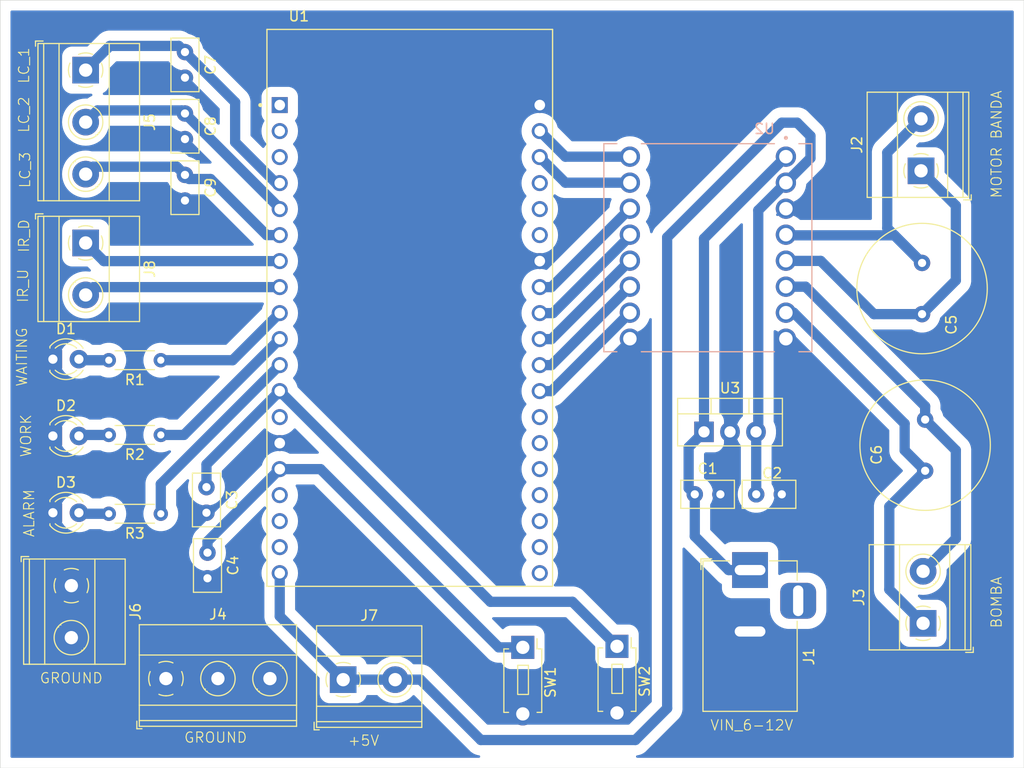
<source format=kicad_pcb>
(kicad_pcb (version 20240108) (generator "pcbnew") (generator_version "8.0")
  (layers (0 "F.Cu" signal) (31 "B.Cu" signal) (34 "B.Paste" user) (35 "F.Paste" user) (36 "B.SilkS" user "B.Silkscreen") (37 "F.SilkS" user "F.Silkscreen") (38 "B.Mask" user) (39 "F.Mask" user) (44 "Edge.Cuts" user))
  (net 0 "")
  (net 1 "/S_5V")
  (net 2 "/S_INICIO")
  (net 3 "/S_EMERGENCIA")
  (net 4 "Net-(J2-Pin_1)")
  (net 5 "Net-(J2-Pin_2)")
  (net 6 "Net-(J3-Pin_1)")
  (net 7 "Net-(J3-Pin_2)")
  (net 8 "/S_LC_INICIO")
  (net 9 "/S_LC_LLENADO")
  (net 10 "/S_LC_FINAL")
  (net 11 "Net-(D1-A)")
  (net 12 "Net-(D2-A)")
  (net 13 "Net-(D3-A)")
  (net 15 "/S_NIVEL_BAJO")
  (net 16 "/S_NIVEL_ALTO")
  (net 17 "/S_INDICADOR_VERDE")
  (net 18 "/S_INDICADOR_AMARILLO")
  (net 19 "/S_INDICADOR_ROJO")
  (net 37 "/S_STBY")
  (net 38 "/S_A12")
  (net 39 "/S_AI1")
  (net 40 "/S_PWMA")
  (net 41 "/S_BI1")
  (net 42 "/S_BI2")
  (net 43 "/S_PWMB")
  (net 44 "/S_12V")
  (net 45 "/S_GND")
  (footprint "Capacitor_THT:C_Disc_D5.0mm_W2.5mm_P2.50mm" (layer "F.Cu") (at 218.0425 0.06 -90)
    (property "Reference" "C7" (at 1.25 -2.5 90) (layer "F.SilkS"))
    (property "Value" "0.1uF")
    (pad "1" thru_hole circle (at 0 0 270) (size 1.6 1.6) (drill 0.8) (layers "*.Cu" "*.Mask") (net 8 "/S_LC_INICIO"))
    (pad "2" thru_hole circle (at 2.5 0 270) (size 1.6 1.6) (drill 0.8) (layers "*.Cu" "*.Mask") (net 45 "/S_GND"))
  )
  (footprint "TerminalBlock_Phoenix:TerminalBlock_Phoenix_MKDS-1,5-2-5.08_1x02_P5.08mm_Horizontal" (layer "F.Cu") (at 208.3425 18.705 -90)
    (property "Reference" "J8" (at 2.54 -6.26 90) (layer "F.SilkS"))
    (property "Value" "SeñalesIR")
    (pad "1" thru_hole rect (at 0 0 270) (size 2.6 2.6) (drill 1.3) (layers "*.Cu" "*.Mask") (net 15 "/S_NIVEL_BAJO"))
    (pad "2" thru_hole circle (at 5.08 0 270) (size 2.6 2.6) (drill 1.3) (layers "*.Cu" "*.Mask") (net 16 "/S_NIVEL_ALTO"))
  )
  (footprint "Resistor_THT:R_Axial_DIN0204_L3.6mm_D1.6mm_P5.08mm_Horizontal" (layer "F.Cu") (at 215.6825 37.46 180)
    (property "Reference" "R2" (at 2.54 -1.92 0) (layer "F.SilkS"))
    (property "Value" "100")
    (pad "1" thru_hole circle (at 0 0 180) (size 1.4 1.4) (drill 0.7) (layers "*.Cu" "*.Mask") (net 18 "/S_INDICADOR_AMARILLO"))
    (pad "2" thru_hole oval (at 5.08 0 180) (size 1.4 1.4) (drill 0.7) (layers "*.Cu" "*.Mask") (net 12 "Net-(D2-A)"))
  )
  (footprint "Button_Switch_THT:SW_PUSH_1P1T_6x3.5mm_H4.3_APEM_MJTP1243" (layer "F.Cu") (at 260.2425 58.11 -90)
    (property "Reference" "SW2" (at 3.42 -2.7 90) (layer "F.SilkS"))
    (property "Value" "BotonInicio")
    (pad "1" thru_hole rect (at 0 0) (size 2.25 2.25) (drill 1.3) (layers "*.Cu" "*.Mask") (net 2 "/S_INICIO"))
    (pad "2" thru_hole circle (at 6.5 0) (size 2.25 2.25) (drill 1.3) (layers "*.Cu" "*.Mask") (net 45 "/S_GND"))
  )
  (footprint "TerminalBlock_Phoenix:TerminalBlock_Phoenix_MKDS-1,5-2-5.08_1x02_P5.08mm_Horizontal" (layer "F.Cu") (at 290.1425 55.86 90)
    (property "Reference" "J3" (at 2.54 -6.26 90) (layer "F.SilkS"))
    (property "Value" "Bomba")
    (pad "1" thru_hole rect (at 0 0 90) (size 2.6 2.6) (drill 1.3) (layers "*.Cu" "*.Mask") (net 6 "Net-(J3-Pin_1)"))
    (pad "2" thru_hole circle (at 5.08 0 90) (size 2.6 2.6) (drill 1.3) (layers "*.Cu" "*.Mask") (net 7 "Net-(J3-Pin_2)"))
  )
  (footprint "LED_THT:LED_D3.0mm_FlatTop" (layer "F.Cu") (at 205.1425 37.56)
    (property "Reference" "D2" (at 1.27 -2.96 0) (layer "F.SilkS"))
    (property "Value" "LED_AMARILLO")
    (pad "1" thru_hole rect (at 0 0) (size 1.8 1.8) (drill 0.9) (layers "*.Cu" "*.Mask") (net 45 "/S_GND"))
    (pad "2" thru_hole circle (at 2.54 0) (size 1.8 1.8) (drill 0.9) (layers "*.Cu" "*.Mask") (net 12 "Net-(D2-A)"))
  )
  (footprint "LED_THT:LED_D3.0mm" (layer "F.Cu") (at 205.1425 45.06)
    (property "Reference" "D3" (at 1.27 -2.96 0) (layer "F.SilkS"))
    (property "Value" "LED_ROJO")
    (pad "1" thru_hole rect (at 0 0) (size 1.8 1.8) (drill 0.9) (layers "*.Cu" "*.Mask") (net 45 "/S_GND"))
    (pad "2" thru_hole circle (at 2.54 0) (size 1.8 1.8) (drill 0.9) (layers "*.Cu" "*.Mask") (net 13 "Net-(D3-A)"))
  )
  (footprint "TerminalBlock_Phoenix:TerminalBlock_Phoenix_MKDS-1,5-2-5.08_1x02_P5.08mm_Horizontal" (layer "F.Cu") (at 289.9425 11.66 90)
    (property "Reference" "J2" (at 2.54 -6.26 90) (layer "F.SilkS"))
    (property "Value" "MotorBanda")
    (pad "1" thru_hole rect (at 0 0 90) (size 2.6 2.6) (drill 1.3) (layers "*.Cu" "*.Mask") (net 4 "Net-(J2-Pin_1)"))
    (pad "2" thru_hole circle (at 5.08 0 90) (size 2.6 2.6) (drill 1.3) (layers "*.Cu" "*.Mask") (net 5 "Net-(J2-Pin_2)"))
  )
  (footprint "Mis_huellas:MODULE_ESP32-DEVKITC-32D" (layer "F.Cu") (at 240 25)
    (property "Reference" "U1" (at -10.829175 -28.446045 0) (layer "F.SilkS") (effects (font (size 1.000386 1.000386))))
    (property "Value" "ESP32-DEVKITC-32D")
    (pad "J21" thru_hole rect (at -12.7 -19.76) (size 1.56 1.56) (drill 1.04) (layers "*.Cu" "*.Mask"))
    (pad "J22" thru_hole circle (at -12.7 -17.22) (size 1.56 1.56) (drill 1.04) (layers "*.Cu" "*.Mask"))
    (pad "J23" thru_hole circle (at -12.7 -14.68) (size 1.56 1.56) (drill 1.04) (layers "*.Cu" "*.Mask"))
    (pad "J24" thru_hole circle (at -12.7 -12.14) (size 1.56 1.56) (drill 1.04) (layers "*.Cu" "*.Mask") (net 8 "/S_LC_INICIO"))
    (pad "J25" thru_hole circle (at -12.7 -9.6) (size 1.56 1.56) (drill 1.04) (layers "*.Cu" "*.Mask") (net 9 "/S_LC_LLENADO"))
    (pad "J26" thru_hole circle (at -12.7 -7.06) (size 1.56 1.56) (drill 1.04) (layers "*.Cu" "*.Mask") (net 10 "/S_LC_FINAL"))
    (pad "J27" thru_hole circle (at -12.7 -4.52) (size 1.56 1.56) (drill 1.04) (layers "*.Cu" "*.Mask") (net 15 "/S_NIVEL_BAJO"))
    (pad "J28" thru_hole circle (at -12.7 -1.98) (size 1.56 1.56) (drill 1.04) (layers "*.Cu" "*.Mask") (net 16 "/S_NIVEL_ALTO"))
    (pad "J29" thru_hole circle (at -12.7 0.56) (size 1.56 1.56) (drill 1.04) (layers "*.Cu" "*.Mask") (net 17 "/S_INDICADOR_VERDE"))
    (pad "J31" thru_hole circle (at 12.7 -19.76) (size 1.56 1.56) (drill 1.04) (layers "*.Cu" "*.Mask") (net 45 "/S_GND"))
    (pad "J32" thru_hole circle (at 12.7 -17.22) (size 1.56 1.56) (drill 1.04) (layers "*.Cu" "*.Mask") (net 40 "/S_PWMA"))
    (pad "J33" thru_hole circle (at 12.7 -14.68) (size 1.56 1.56) (drill 1.04) (layers "*.Cu" "*.Mask") (net 38 "/S_A12"))
    (pad "J34" thru_hole circle (at 12.7 -12.14) (size 1.56 1.56) (drill 1.04) (layers "*.Cu" "*.Mask"))
    (pad "J35" thru_hole circle (at 12.7 -9.6) (size 1.56 1.56) (drill 1.04) (layers "*.Cu" "*.Mask"))
    (pad "J36" thru_hole circle (at 12.7 -7.06) (size 1.56 1.56) (drill 1.04) (layers "*.Cu" "*.Mask"))
    (pad "J37" thru_hole circle (at 12.7 -4.52) (size 1.56 1.56) (drill 1.04) (layers "*.Cu" "*.Mask") (net 45 "/S_GND"))
    (pad "J38" thru_hole circle (at 12.7 -1.98) (size 1.56 1.56) (drill 1.04) (layers "*.Cu" "*.Mask") (net 39 "/S_AI1"))
    (pad "J39" thru_hole circle (at 12.7 0.56) (size 1.56 1.56) (drill 1.04) (layers "*.Cu" "*.Mask") (net 37 "/S_STBY"))
    (pad "J210" thru_hole circle (at -12.7 3.1) (size 1.56 1.56) (drill 1.04) (layers "*.Cu" "*.Mask") (net 18 "/S_INDICADOR_AMARILLO"))
    (pad "J211" thru_hole circle (at -12.7 5.64) (size 1.56 1.56) (drill 1.04) (layers "*.Cu" "*.Mask") (net 19 "/S_INDICADOR_ROJO"))
    (pad "J212" thru_hole circle (at -12.7 8.18) (size 1.56 1.56) (drill 1.04) (layers "*.Cu" "B.Mask") (net 2 "/S_INICIO"))
    (pad "J213" thru_hole circle (at -12.7 10.72) (size 1.56 1.56) (drill 1.04) (layers "*.Cu" "*.Mask"))
    (pad "J214" thru_hole circle (at -12.7 13.26) (size 1.56 1.56) (drill 1.04) (layers "*.Cu" "*.Mask") (net 45 "/S_GND"))
    (pad "J215" thru_hole circle (at -12.7 15.8) (size 1.56 1.56) (drill 1.04) (layers "*.Cu" "*.Mask") (net 3 "/S_EMERGENCIA"))
    (pad "J216" thru_hole circle (at -12.7 18.34) (size 1.56 1.56) (drill 1.04) (layers "*.Cu" "*.Mask"))
    (pad "J217" thru_hole circle (at -12.7 20.88) (size 1.56 1.56) (drill 1.04) (layers "*.Cu" "*.Mask"))
    (pad "J218" thru_hole circle (at -12.7 23.42) (size 1.56 1.56) (drill 1.04) (layers "*.Cu" "*.Mask"))
    (pad "J219" thru_hole circle (at -12.7 25.96) (size 1.56 1.56) (drill 1.04) (layers "*.Cu" "*.Mask") (net 1 "/S_5V"))
    (pad "J310" thru_hole circle (at 12.7 3.1) (size 1.56 1.56) (drill 1.04) (layers "*.Cu" "*.Mask") (net 41 "/S_BI1"))
    (pad "J311" thru_hole circle (at 12.7 5.64) (size 1.56 1.56) (drill 1.04) (layers "*.Cu" "*.Mask") (net 42 "/S_BI2"))
    (pad "J312" thru_hole circle (at 12.7 8.18) (size 1.56 1.56) (drill 1.04) (layers "*.Cu" "*.Mask") (net 43 "/S_PWMB"))
    (pad "J313" thru_hole circle (at 12.7 10.72) (size 1.56 1.56) (drill 1.04) (layers "*.Cu" "*.Mask"))
    (pad "J314" thru_hole circle (at 12.7 13.26) (size 1.56 1.56) (drill 1.04) (layers "*.Cu" "*.Mask"))
    (pad "J315" thru_hole circle (at 12.7 15.8) (size 1.56 1.56) (drill 1.04) (layers "*.Cu" "*.Mask"))
    (pad "J316" thru_hole circle (at 12.7 18.34) (size 1.56 1.56) (drill 1.04) (layers "*.Cu" "*.Mask"))
    (pad "J317" thru_hole circle (at 12.7 20.88) (size 1.56 1.56) (drill 1.04) (layers "*.Cu" "*.Mask"))
    (pad "J318" thru_hole circle (at 12.7 23.42) (size 1.56 1.56) (drill 1.04) (layers "*.Cu" "*.Mask" "Dwgs.User"))
    (pad "J319" thru_hole circle (at 12.7 25.96) (size 1.56 1.56) (drill 1.04) (layers "*.Cu" "*.Mask"))
  )
  (footprint "Capacitor_THT:C_Disc_D5.0mm_W2.5mm_P2.50mm" (layer "F.Cu") (at 267.8425 43.26)
    (property "Reference" "C1" (at 1.25 -2.5 0) (layer "F.SilkS"))
    (property "Value" "33uF")
    (pad "1" thru_hole circle (at 0 0) (size 1.6 1.6) (drill 0.8) (layers "*.Cu" "*.Mask") (net 44 "/S_12V"))
    (pad "2" thru_hole circle (at 2.5 0) (size 1.6 1.6) (drill 0.8) (layers "*.Cu" "*.Mask") (net 45 "/S_GND"))
  )
  (footprint "Capacitor_THT:C_Radial_D12.5mm_H20.0mm_P5.00mm" (layer "F.Cu") (at 290.0425 20.66 -90)
    (property "Reference" "C5" (at 6.04 -2.8575 90) (layer "F.SilkS"))
    (property "Value" "1000uF")
    (pad "1" thru_hole circle (at 0 0 270) (size 1.6 1.6) (drill 0.8) (layers "*.Cu" "*.Mask") (net 5 "Net-(J2-Pin_2)"))
    (pad "2" thru_hole circle (at 5 0 270) (size 1.6 1.6) (drill 0.8) (layers "*.Cu" "*.Mask") (net 4 "Net-(J2-Pin_1)"))
  )
  (footprint "Button_Switch_THT:SW_PUSH_1P1T_6x3.5mm_H4.3_APEM_MJTP1243" (layer "F.Cu") (at 251.0425 58.21 -90)
    (property "Reference" "SW1" (at 3.42 -2.7 90) (layer "F.SilkS"))
    (property "Value" "BotonParo")
    (pad "1" thru_hole rect (at 0 0) (size 2.25 2.25) (drill 1.3) (layers "*.Cu" "*.Mask") (net 3 "/S_EMERGENCIA"))
    (pad "2" thru_hole circle (at 6.5 0) (size 2.25 2.25) (drill 1.3) (layers "*.Cu" "*.Mask") (net 45 "/S_GND"))
  )
  (footprint "TerminalBlock_Phoenix:TerminalBlock_Phoenix_MKDS-1,5-3-5.08_1x03_P5.08mm_Horizontal" (layer "F.Cu") (at 208.3425 1.825 -90)
    (property "Reference" "J5" (at 5.08 -6.26 90) (layer "F.SilkS"))
    (property "Value" "LimitesCarreras")
    (pad "1" thru_hole rect (at 0 0 270) (size 2.6 2.6) (drill 1.3) (layers "*.Cu" "*.Mask") (net 8 "/S_LC_INICIO"))
    (pad "2" thru_hole circle (at 5.08 0 270) (size 2.6 2.6) (drill 1.3) (layers "*.Cu" "*.Mask") (net 9 "/S_LC_LLENADO"))
    (pad "3" thru_hole circle (at 10.16 0 270) (size 2.6 2.6) (drill 1.3) (layers "*.Cu" "*.Mask") (net 10 "/S_LC_FINAL"))
  )
  (footprint "Capacitor_THT:C_Radial_D12.5mm_H20.0mm_P5.00mm" (layer "F.Cu") (at 290.3425 40.96 90)
    (property "Reference" "C6" (at 1.56 -4.7425 90) (layer "F.SilkS"))
    (property "Value" "1000uF")
    (pad "1" thru_hole circle (at 0 0 90) (size 1.6 1.6) (drill 0.8) (layers "*.Cu" "*.Mask") (net 6 "Net-(J3-Pin_1)"))
    (pad "2" thru_hole circle (at 5 0 90) (size 1.6 1.6) (drill 0.8) (layers "*.Cu" "*.Mask") (net 7 "Net-(J3-Pin_2)"))
  )
  (footprint "Package_TO_SOT_THT:TO-220-3_Vertical" (layer "F.Cu") (at 268.7425 37.16)
    (property "Reference" "U3" (at 2.54 -4.27 0) (layer "F.SilkS"))
    (property "Value" "L7805")
    (pad "1" thru_hole rect (at 0 0) (size 1.905 2) (drill 1.1) (layers "*.Cu" "*.Mask") (net 44 "/S_12V"))
    (pad "2" thru_hole oval (at 2.54 0) (size 1.905 2) (drill 1.1) (layers "*.Cu" "*.Mask") (net 45 "/S_GND"))
    (pad "3" thru_hole oval (at 5.08 0) (size 1.905 2) (drill 1.1) (layers "*.Cu" "*.Mask") (net 1 "/S_5V"))
  )
  (footprint "Connector_BarrelJack:BarrelJack_Horizontal" (layer "F.Cu") (at 273.2425 50.66 90)
    (property "Reference" "J1" (at -8.45 5.75 90) (layer "F.SilkS"))
    (property "Value" "Barrel_Jack_Switch")
    (pad "1" thru_hole rect (at 0 0 90) (size 3.5 3.5) (drill oval 1 3) (layers "*.Cu" "*.Mask") (net 44 "/S_12V"))
    (pad "2" thru_hole roundrect (at -6 0 90) (size 3 3.5) (drill oval 1 3) (layers "*.Cu" "*.Mask") (net 45 "/S_GND"))
    (pad "3" thru_hole roundrect (at -3 4.7 90) (size 3.5 3.5) (drill oval 3 1) (layers "*.Cu" "*.Mask"))
  )
  (footprint "TerminalBlock_Phoenix:TerminalBlock_Phoenix_MKDS-1,5-2-5.08_1x02_P5.08mm_Horizontal" (layer "F.Cu") (at 233.4975 61.365)
    (property "Reference" "J7" (at 2.54 -6.26 0) (layer "F.SilkS"))
    (property "Value" "PositivoSensoresIR")
    (pad "1" thru_hole rect (at 0 0) (size 2.6 2.6) (drill 1.3) (layers "*.Cu" "*.Mask") (net 1 "/S_5V"))
    (pad "2" thru_hole circle (at 5.08 0) (size 2.6 2.6) (drill 1.3) (layers "*.Cu" "*.Mask") (net 1 "/S_5V"))
  )
  (footprint "TerminalBlock_Phoenix:TerminalBlock_Phoenix_MKDS-1,5-3-5.08_1x03_P5.08mm_Horizontal" (layer "F.Cu") (at 216.1825 61.26)
    (property "Reference" "J4" (at 5.08 -6.26 0) (layer "F.SilkS"))
    (property "Value" "NegativoLimiteCarrera")
    (pad "1" thru_hole rect (at 0 0) (size 2.6 2.6) (drill 1.3) (layers "*.Cu" "*.Mask") (net 45 "/S_GND"))
    (pad "2" thru_hole circle (at 5.08 0) (size 2.6 2.6) (drill 1.3) (layers "*.Cu" "*.Mask") (net 45 "/S_GND"))
    (pad "3" thru_hole circle (at 10.16 0) (size 2.6 2.6) (drill 1.3) (layers "*.Cu" "*.Mask") (net 45 "/S_GND"))
  )
  (footprint "Capacitor_THT:C_Disc_D5.0mm_W2.5mm_P2.50mm" (layer "F.Cu") (at 218.0425 12.06 -90)
    (property "Reference" "C9" (at 1.25 -2.5 90) (layer "F.SilkS"))
    (property "Value" "0.1uF")
    (pad "1" thru_hole circle (at 0 0 270) (size 1.6 1.6) (drill 0.8) (layers "*.Cu" "*.Mask") (net 10 "/S_LC_FINAL"))
    (pad "2" thru_hole circle (at 2.5 0 270) (size 1.6 1.6) (drill 0.8) (layers "*.Cu" "*.Mask") (net 45 "/S_GND"))
  )
  (footprint "Capacitor_THT:C_Disc_D5.0mm_W2.5mm_P2.50mm" (layer "F.Cu") (at 220.1425 42.56 -90)
    (property "Reference" "C3" (at 1.25 -2.5 90) (layer "F.SilkS"))
    (property "Value" "0.1uF")
    (pad "1" thru_hole circle (at 0 0 270) (size 1.6 1.6) (drill 0.8) (layers "*.Cu" "*.Mask") (net 2 "/S_INICIO"))
    (pad "2" thru_hole circle (at 2.5 0 270) (size 1.6 1.6) (drill 0.8) (layers "*.Cu" "*.Mask") (net 45 "/S_GND"))
  )
  (footprint "Capacitor_THT:C_Disc_D5.0mm_W2.5mm_P2.50mm" (layer "F.Cu") (at 220.2425 48.96 -90)
    (property "Reference" "C4" (at 1.25 -2.5 90) (layer "F.SilkS"))
    (property "Value" "0.1uF")
    (pad "1" thru_hole circle (at 0 0 270) (size 1.6 1.6) (drill 0.8) (layers "*.Cu" "*.Mask") (net 3 "/S_EMERGENCIA"))
    (pad "2" thru_hole circle (at 2.5 0 270) (size 1.6 1.6) (drill 0.8) (layers "*.Cu" "*.Mask") (net 45 "/S_GND"))
  )
  (footprint "TerminalBlock_Phoenix:TerminalBlock_Phoenix_MKDS-1,5-2-5.08_1x02_P5.08mm_Horizontal" (layer "F.Cu") (at 206.9425 52.18 -90)
    (property "Reference" "J6" (at 2.54 -6.26 90) (layer "F.SilkS"))
    (property "Value" "NegativoSensoresIR")
    (pad "1" thru_hole rect (at 0 0 270) (size 2.6 2.6) (drill 1.3) (layers "*.Cu" "*.Mask") (net 45 "/S_GND"))
    (pad "2" thru_hole circle (at 5.08 0 270) (size 2.6 2.6) (drill 1.3) (layers "*.Cu" "*.Mask") (net 45 "/S_GND"))
  )
  (footprint "Resistor_THT:R_Axial_DIN0204_L3.6mm_D1.6mm_P5.08mm_Horizontal" (layer "F.Cu") (at 215.6825 45.16 180)
    (property "Reference" "R3" (at 2.54 -1.92 0) (layer "F.SilkS"))
    (property "Value" "120")
    (pad "1" thru_hole circle (at 0 0 180) (size 1.4 1.4) (drill 0.7) (layers "*.Cu" "*.Mask") (net 19 "/S_INDICADOR_ROJO"))
    (pad "2" thru_hole oval (at 5.08 0 180) (size 1.4 1.4) (drill 0.7) (layers "*.Cu" "*.Mask") (net 13 "Net-(D3-A)"))
  )
  (footprint "Resistor_THT:R_Axial_DIN0204_L3.6mm_D1.6mm_P5.08mm_Horizontal" (layer "F.Cu") (at 215.6825 30.16 180)
    (property "Reference" "R1" (at 2.54 -1.92 0) (layer "F.SilkS"))
    (property "Value" "100")
    (pad "1" thru_hole circle (at 0 0 180) (size 1.4 1.4) (drill 0.7) (layers "*.Cu" "*.Mask") (net 17 "/S_INDICADOR_VERDE"))
    (pad "2" thru_hole oval (at 5.08 0 180) (size 1.4 1.4) (drill 0.7) (layers "*.Cu" "*.Mask") (net 11 "Net-(D1-A)"))
  )
  (footprint "Capacitor_THT:C_Disc_D5.0mm_W2.5mm_P2.50mm" (layer "F.Cu") (at 273.8425 43.26)
    (property "Reference" "C2" (at 1.5575 -2.06 0) (layer "F.SilkS"))
    (property "Value" "0.1uF")
    (pad "1" thru_hole circle (at 0 0) (size 1.6 1.6) (drill 0.8) (layers "*.Cu" "*.Mask") (net 1 "/S_5V"))
    (pad "2" thru_hole circle (at 2.5 0) (size 1.6 1.6) (drill 0.8) (layers "*.Cu" "*.Mask") (net 45 "/S_GND"))
  )
  (footprint "Capacitor_THT:C_Disc_D5.0mm_W2.5mm_P2.50mm" (layer "F.Cu") (at 218.0425 6.06 -90)
    (property "Reference" "C8" (at 1.25 -2.5 90) (layer "F.SilkS"))
    (property "Value" "0.1uF")
    (pad "1" thru_hole circle (at 0 0 270) (size 1.6 1.6) (drill 0.8) (layers "*.Cu" "*.Mask") (net 9 "/S_LC_LLENADO"))
    (pad "2" thru_hole circle (at 2.5 0 270) (size 1.6 1.6) (drill 0.8) (layers "*.Cu" "*.Mask") (net 45 "/S_GND"))
  )
  (footprint "LED_THT:LED_D3.0mm_Clear" (layer "F.Cu") (at 205.1425 30.06)
    (property "Reference" "D1" (at 1.27 -2.96 0) (layer "F.SilkS"))
    (property "Value" "LED_VERDE")
    (pad "1" thru_hole rect (at 0 0) (size 1.8 1.8) (drill 0.9) (layers "*.Cu" "*.Mask") (net 45 "/S_GND"))
    (pad "2" thru_hole circle (at 2.54 0) (size 1.8 1.8) (drill 0.9) (layers "*.Cu" "*.Mask") (net 11 "Net-(D1-A)"))
  )
  (footprint "ROB-14450:MODULE_ROB-14450" (layer "B.Cu") (at 269.1225 19.17 180)
    (property "Reference" "U2" (at -5.5332 11.6132 0) (layer "B.SilkS") (effects (justify mirror)))
    (property "Value" "ROB-14450")
    (pad "1" thru_hole circle (at -7.62 8.89 180) (size 1.98 1.98) (drill 1.32) (layers "*.Cu" "*.Mask") (net 44 "/S_12V"))
    (pad "2" thru_hole circle (at -7.62 6.35 180) (size 1.98 1.98) (drill 1.32) (layers "*.Cu" "*.Mask") (net 1 "/S_5V"))
    (pad "3" thru_hole circle (at -7.62 3.81 180) (size 1.98 1.98) (drill 1.32) (layers "*.Cu" "*.Mask") (net 45 "/S_GND"))
    (pad "4" thru_hole circle (at -7.62 1.27 180) (size 1.98 1.98) (drill 1.32) (layers "*.Cu" "*.Mask") (net 5 "Net-(J2-Pin_2)"))
    (pad "5" thru_hole circle (at -7.62 -1.27 180) (size 1.98 1.98) (drill 1.32) (layers "*.Cu" "*.Mask") (net 4 "Net-(J2-Pin_1)"))
    (pad "6" thru_hole circle (at -7.62 -3.81 180) (size 1.98 1.98) (drill 1.32) (layers "*.Cu" "*.Mask") (net 7 "Net-(J3-Pin_2)"))
    (pad "7" thru_hole circle (at -7.62 -6.35 180) (size 1.98 1.98) (drill 1.32) (layers "*.Cu" "*.Mask") (net 6 "Net-(J3-Pin_1)"))
    (pad "8" thru_hole circle (at -7.62 -8.89 180) (size 1.98 1.98) (drill 1.32) (layers "*.Cu" "*.Mask") (net 45 "/S_GND"))
    (pad "9" thru_hole circle (at 7.62 -8.89 180) (size 1.98 1.98) (drill 1.32) (layers "*.Cu" "*.Mask") (net 45 "/S_GND"))
    (pad "10" thru_hole circle (at 7.62 -6.35 180) (size 1.98 1.98) (drill 1.32) (layers "*.Cu" "*.Mask") (net 43 "/S_PWMB"))
    (pad "11" thru_hole circle (at 7.62 -3.81 180) (size 1.98 1.98) (drill 1.32) (layers "*.Cu" "*.Mask") (net 42 "/S_BI2"))
    (pad "12" thru_hole circle (at 7.62 -1.27 180) (size 1.98 1.98) (drill 1.32) (layers "*.Cu" "*.Mask") (net 41 "/S_BI1"))
    (pad "13" thru_hole circle (at 7.62 1.27 180) (size 1.98 1.98) (drill 1.32) (layers "*.Cu" "*.Mask") (net 37 "/S_STBY"))
    (pad "14" thru_hole circle (at 7.62 3.81 180) (size 1.98 1.98) (drill 1.32) (layers "*.Cu" "*.Mask") (net 39 "/S_AI1"))
    (pad "15" thru_hole circle (at 7.62 6.35 180) (size 1.98 1.98) (drill 1.32) (layers "*.Cu" "*.Mask") (net 38 "/S_A12"))
    (pad "16" thru_hole circle (at 7.62 8.89 180) (size 1.98 1.98) (drill 1.32) (layers "*.Cu" "*.Mask") (net 40 "/S_PWMA"))
  )
  (gr_rect (start 200 -5) (end 300 70) (stroke (width 0.05)) (fill none) (layer "Edge.Cuts"))
  (gr_text "ALARM" (at 203.4 47.5 90) (layer "F.SilkS") (effects (font (size 1 1) (thickness 0.1)) (justify left bottom)))
  (gr_text "MOTOR BANDA" (at 297.9 14.4 90) (layer "F.SilkS") (effects (font (size 1 1) (thickness 0.1)) (justify left bottom)))
  (gr_text "GROUND" (at 217.9 67.6 0) (layer "F.SilkS") (effects (font (size 1 1) (thickness 0.1)) (justify left bottom)))
  (gr_text "IR_D" (at 202.9 19.7 90) (layer "F.SilkS") (effects (font (size 1 1) (thickness 0.1)) (justify left bottom)))
  (gr_text "GROUND" (at 203.8 61.8 0) (layer "F.SilkS") (effects (font (size 1 1) (thickness 0.1)) (justify left bottom)))
  (gr_text "LC_2" (at 202.9 8 90) (layer "F.SilkS") (effects (font (size 1 1) (thickness 0.1)) (justify left bottom)))
  (gr_text "BOMBA" (at 297.9 56.4 90) (layer "F.SilkS") (effects (font (size 1 1) (thickness 0.1)) (justify left bottom)))
  (gr_text "WORK" (at 203.1 39.7 90) (layer "F.SilkS") (effects (font (size 1 1) (thickness 0.1)) (justify left bottom)))
  (gr_text "LC_1" (at 202.9 3.2 90) (layer "F.SilkS") (effects (font (size 1 1) (thickness 0.1)) (justify left bottom)))
  (gr_text "IR_U" (at 202.8 24.6 90) (layer "F.SilkS") (effects (font (size 1 1) (thickness 0.1)) (justify left bottom)))
  (gr_text "WAITING" (at 202.7 32.8 90) (layer "F.SilkS") (effects (font (size 1 1) (thickness 0.1)) (justify left bottom)))
  (gr_text "LC_3" (at 203 13.4 90) (layer "F.SilkS") (effects (font (size 1 1) (thickness 0.1)) (justify left bottom)))
  (gr_text "VIN_6-12V" (at 269.3 66.4 0) (layer "F.SilkS") (effects (font (size 1 1) (thickness 0.1)) (justify left bottom)))
  (gr_text "+5V" (at 233.9 67.9 0) (layer "F.SilkS") (effects (font (size 1 1) (thickness 0.1)) (justify left bottom)))
  (segment (start 233.4975 61.365) (end 238.5775 61.365) (width 1) (layer "B.Cu") (net 1))
  (segment (start 273.8425 37.18) (end 273.8225 37.16) (width 1) (layer "B.Cu") (net 1))
  (segment (start 265.1425 18.16) (end 276.3425 6.96) (width 1) (layer "B.Cu") (net 1))
  (segment (start 274.0425 36.94) (end 274.0425 15.52) (width 1) (layer "B.Cu") (net 1))
  (segment (start 273.8425 43.26) (end 273.8425 37.18) (width 1) (layer "B.Cu") (net 1))
  (segment (start 227.3 55.1675) (end 233.4975 61.365) (width 1) (layer "B.Cu") (net 1))
  (segment (start 279.1425 8.26) (end 279.1425 10.42) (width 1) (layer "B.Cu") (net 1))
  (segment (start 262.0425 67.26) (end 265.1425 64.16) (width 1) (layer "B.Cu") (net 1))
  (segment (start 241.0475 61.365) (end 246.9425 67.26) (width 1) (layer "B.Cu") (net 1))
  (segment (start 274.0425 15.52) (end 276.7425 12.82) (width 1) (layer "B.Cu") (net 1))
  (segment (start 276.3425 6.96) (end 277.8425 6.96) (width 1) (layer "B.Cu") (net 1))
  (segment (start 246.9425 67.26) (end 262.0425 67.26) (width 1) (layer "B.Cu") (net 1))
  (segment (start 279.1425 10.42) (end 276.7425 12.82) (width 1) (layer "B.Cu") (net 1))
  (segment (start 238.5775 61.365) (end 241.0475 61.365) (width 1) (layer "B.Cu") (net 1))
  (segment (start 273.8225 37.16) (end 274.0425 36.94) (width 1) (layer "B.Cu") (net 1))
  (segment (start 265.1425 64.16) (end 265.1425 18.16) (width 1) (layer "B.Cu") (net 1))
  (segment (start 277.8425 6.96) (end 279.1425 8.26) (width 1) (layer "B.Cu") (net 1))
  (segment (start 227.3 50.96) (end 227.3 55.1675) (width 1) (layer "B.Cu") (net 1))
  (segment (start 260.2425 58.11) (end 255.8925 53.76) (width 1) (layer "B.Cu") (net 2))
  (segment (start 220.1425 42.56) (end 220.1425 40.3375) (width 1) (layer "B.Cu") (net 2))
  (segment (start 247.88 53.76) (end 227.3 33.18) (width 1) (layer "B.Cu") (net 2))
  (segment (start 220.1425 40.3375) (end 227.3 33.18) (width 1) (layer "B.Cu") (net 2))
  (segment (start 255.8925 53.76) (end 247.88 53.76) (width 1) (layer "B.Cu") (net 2))
  (segment (start 231.2825 40.8) (end 227.3 40.8) (width 1) (layer "B.Cu") (net 3))
  (segment (start 220.2425 47.8575) (end 227.3 40.8) (width 1) (layer "B.Cu") (net 3))
  (segment (start 251.0425 58.21) (end 248.6925 58.21) (width 1) (layer "B.Cu") (net 3))
  (segment (start 220.2425 48.96) (end 220.2425 47.8575) (width 1) (layer "B.Cu") (net 3))
  (segment (start 248.6925 58.21) (end 231.2825 40.8) (width 1) (layer "B.Cu") (net 3))
  (segment (start 290.0425 25.66) (end 285.3425 25.66) (width 1) (layer "B.Cu") (net 4))
  (segment (start 276.7625 20.46) (end 276.7425 20.44) (width 1) (layer "B.Cu") (net 4))
  (segment (start 290.0425 25.66) (end 293.3425 22.36) (width 1) (layer "B.Cu") (net 4))
  (segment (start 285.3425 25.66) (end 280.1425 20.46) (width 1) (layer "B.Cu") (net 4))
  (segment (start 293.3425 15.06) (end 289.9425 11.66) (width 1) (layer "B.Cu") (net 4))
  (segment (start 293.3425 22.36) (end 293.3425 15.06) (width 1) (layer "B.Cu") (net 4))
  (segment (start 280.1425 20.46) (end 276.7625 20.46) (width 1) (layer "B.Cu") (net 4))
  (segment (start 287.3425 17.96) (end 276.8025 17.96) (width 1) (layer "B.Cu") (net 5))
  (segment (start 286.6425 9.88) (end 289.9425 6.58) (width 1) (layer "B.Cu") (net 5))
  (segment (start 290.0425 20.66) (end 287.3425 17.96) (width 1) (layer "B.Cu") (net 5))
  (segment (start 290.0425 20.66) (end 286.6425 17.26) (width 1) (layer "B.Cu") (net 5))
  (segment (start 276.8025 17.96) (end 276.7425 17.9) (width 1) (layer "B.Cu") (net 5))
  (segment (start 286.6425 17.26) (end 286.6425 9.88) (width 1) (layer "B.Cu") (net 5))
  (segment (start 290.3425 40.96) (end 288.3425 38.96) (width 1) (layer "B.Cu") (net 6))
  (segment (start 288.3425 36.36) (end 277.5025 25.52) (width 1) (layer "B.Cu") (net 6))
  (segment (start 290.3425 40.96) (end 286.8425 44.46) (width 1) (layer "B.Cu") (net 6))
  (segment (start 286.8425 44.46) (end 286.8425 52.56) (width 1) (layer "B.Cu") (net 6))
  (segment (start 277.5025 25.52) (end 276.7425 25.52) (width 1) (layer "B.Cu") (net 6))
  (segment (start 286.8425 52.56) (end 290.1425 55.86) (width 1) (layer "B.Cu") (net 6))
  (segment (start 288.3425 38.96) (end 288.3425 36.36) (width 1) (layer "B.Cu") (net 6))
  (segment (start 293.3425 38.96) (end 293.3425 47.58) (width 1) (layer "B.Cu") (net 7))
  (segment (start 290.3425 35.96) (end 290.3425 34.66) (width 1) (layer "B.Cu") (net 7))
  (segment (start 278.6625 22.98) (end 276.7425 22.98) (width 1) (layer "B.Cu") (net 7))
  (segment (start 290.3425 35.96) (end 293.3425 38.96) (width 1) (layer "B.Cu") (net 7))
  (segment (start 293.3425 47.58) (end 290.1425 50.78) (width 1) (layer "B.Cu") (net 7))
  (segment (start 290.3425 34.66) (end 278.6625 22.98) (width 1) (layer "B.Cu") (net 7))
  (segment (start 222.9425 8.86) (end 226.9425 12.86) (width 1) (layer "B.Cu") (net 8))
  (segment (start 222.9425 4.96) (end 222.9425 8.86) (width 1) (layer "B.Cu") (net 8))
  (segment (start 208.3425 1.825) (end 210.7075 -0.54) (width 1) (layer "B.Cu") (net 8))
  (segment (start 210.7075 -0.54) (end 217.4425 -0.54) (width 1) (layer "B.Cu") (net 8))
  (segment (start 218.0425 0.06) (end 222.9425 4.96) (width 1) (layer "B.Cu") (net 8))
  (segment (start 217.4425 -0.54) (end 218.0425 0.06) (width 1) (layer "B.Cu") (net 8))
  (segment (start 226.9425 12.86) (end 227.3 12.86) (width 1) (layer "B.Cu") (net 8))
  (segment (start 217.7425 5.76) (end 218.0425 6.06) (width 1) (layer "B.Cu") (net 9))
  (segment (start 208.3425 6.905) (end 209.4875 5.76) (width 1) (layer "B.Cu") (net 9))
  (segment (start 209.4875 5.76) (end 217.7425 5.76) (width 1) (layer "B.Cu") (net 9))
  (segment (start 227.3 15.3175) (end 227.3 15.4) (width 1) (layer "B.Cu") (net 9))
  (segment (start 218.0425 6.06) (end 227.3 15.3175) (width 1) (layer "B.Cu") (net 9))
  (segment (start 218.0425 12.06) (end 218.4425 12.46) (width 1) (layer "B.Cu") (net 10))
  (segment (start 218.4425 12.46) (end 220.5425 12.46) (width 1) (layer "B.Cu") (net 10))
  (segment (start 217.2425 11.26) (end 218.0425 12.06) (width 1) (layer "B.Cu") (net 10))
  (segment (start 208.3425 11.985) (end 209.0675 11.26) (width 1) (layer "B.Cu") (net 10))
  (segment (start 209.0675 11.26) (end 217.2425 11.26) (width 1) (layer "B.Cu") (net 10))
  (segment (start 220.5425 12.46) (end 226.0225 17.94) (width 1) (layer "B.Cu") (net 10))
  (segment (start 226.0225 17.94) (end 227.3 17.94) (width 1) (layer "B.Cu") (net 10))
  (segment (start 210.6025 30.16) (end 207.7825 30.16) (width 1) (layer "B.Cu") (net 11))
  (segment (start 207.7825 30.16) (end 207.6825 30.06) (width 1) (layer "B.Cu") (net 11))
  (segment (start 210.6025 37.46) (end 207.7825 37.46) (width 1) (layer "B.Cu") (net 12))
  (segment (start 207.7825 37.46) (end 207.6825 37.56) (width 1) (layer "B.Cu") (net 12))
  (segment (start 207.7825 45.16) (end 207.6825 45.06) (width 1) (layer "B.Cu") (net 13))
  (segment (start 210.6025 45.16) (end 207.7825 45.16) (width 1) (layer "B.Cu") (net 13))
  (segment (start 227.3 20.48) (end 210.1175 20.48) (width 1) (layer "B.Cu") (net 15))
  (segment (start 210.1175 20.48) (end 208.3425 18.705) (width 1) (layer "B.Cu") (net 15))
  (segment (start 209.1075 23.02) (end 208.3425 23.785) (width 1) (layer "B.Cu") (net 16))
  (segment (start 227.3 23.02) (end 209.1075 23.02) (width 1) (layer "B.Cu") (net 16))
  (segment (start 227.3 25.56) (end 222.7 30.16) (width 1) (layer "B.Cu") (net 17))
  (segment (start 222.7 30.16) (end 215.6825 30.16) (width 1) (layer "B.Cu") (net 17))
  (segment (start 227.3 28.1) (end 217.94 37.46) (width 1) (layer "B.Cu") (net 18))
  (segment (start 217.94 37.46) (end 215.6825 37.46) (width 1) (layer "B.Cu") (net 18))
  (segment (start 215.6825 42.2575) (end 215.6825 45.16) (width 1) (layer "B.Cu") (net 19))
  (segment (start 227.3 30.64) (end 215.6825 42.2575) (width 1) (layer "B.Cu") (net 19))
  (segment (start 253.992479 25.56) (end 252.7 25.56) (width 1) (layer "B.Cu") (net 37))
  (segment (start 261.5025 18.049979) (end 253.992479 25.56) (width 1) (layer "B.Cu") (net 37))
  (segment (start 261.5025 17.9) (end 261.5025 18.049979) (width 1) (layer "B.Cu") (net 37))
  (segment (start 261.5025 12.82) (end 255.2 12.82) (width 1) (layer "B.Cu") (net 38))
  (segment (start 255.2 12.82) (end 252.7 10.32) (width 1) (layer "B.Cu") (net 38))
  (segment (start 253.8425 23.02) (end 252.7 23.02) (width 1) (layer "B.Cu") (net 39))
  (segment (start 261.5025 15.36) (end 253.8425 23.02) (width 1) (layer "B.Cu") (net 39))
  (segment (start 261.5025 10.28) (end 255.2 10.28) (width 1) (layer "B.Cu") (net 40))
  (segment (start 255.2 10.28) (end 252.7 7.78) (width 1) (layer "B.Cu") (net 40))
  (segment (start 253.8425 28.1) (end 252.7 28.1) (width 1) (layer "B.Cu") (net 41))
  (segment (start 261.5025 20.44) (end 253.8425 28.1) (width 1) (layer "B.Cu") (net 41))
  (segment (start 261.5025 22.98) (end 253.8425 30.64) (width 1) (layer "B.Cu") (net 42))
  (segment (start 253.8425 30.64) (end 252.7 30.64) (width 1) (layer "B.Cu") (net 42))
  (segment (start 261.5025 25.52) (end 253.8425 33.18) (width 1) (layer "B.Cu") (net 43))
  (segment (start 253.8425 33.18) (end 252.7 33.18) (width 1) (layer "B.Cu") (net 43))
  (segment (start 271.1425 50.66) (end 267.8425 47.36) (width 1) (layer "B.Cu") (net 44))
  (segment (start 273.2425 50.66) (end 271.1425 50.66) (width 1) (layer "B.Cu") (net 44))
  (segment (start 276.7425 10.28) (end 268.7425 18.28) (width 1) (layer "B.Cu") (net 44))
  (segment (start 267.2425 38.66) (end 267.2425 42.66) (width 1) (layer "B.Cu") (net 44))
  (segment (start 267.8425 47.36) (end 267.8425 43.26) (width 1) (layer "B.Cu") (net 44))
  (segment (start 268.7425 18.28) (end 268.7425 37.16) (width 1) (layer "B.Cu") (net 44))
  (segment (start 267.2425 42.66) (end 267.8425 43.26) (width 1) (layer "B.Cu") (net 44))
  (segment (start 268.7425 37.16) (end 267.2425 38.66) (width 1) (layer "B.Cu") (net 44))
  (zone (net 45) (net_name "/S_GND") (layer "B.Cu") (connect_pads yes (clearance 1)) (min_thickness 0.25) (fill yes (thermal_gap 0.5) (thermal_bridge_width 0.5))
    (polygon (pts (xy 201 -4) (xy 201 69) (xy 299 69) (xy 299 -4)))
  )
)
</source>
